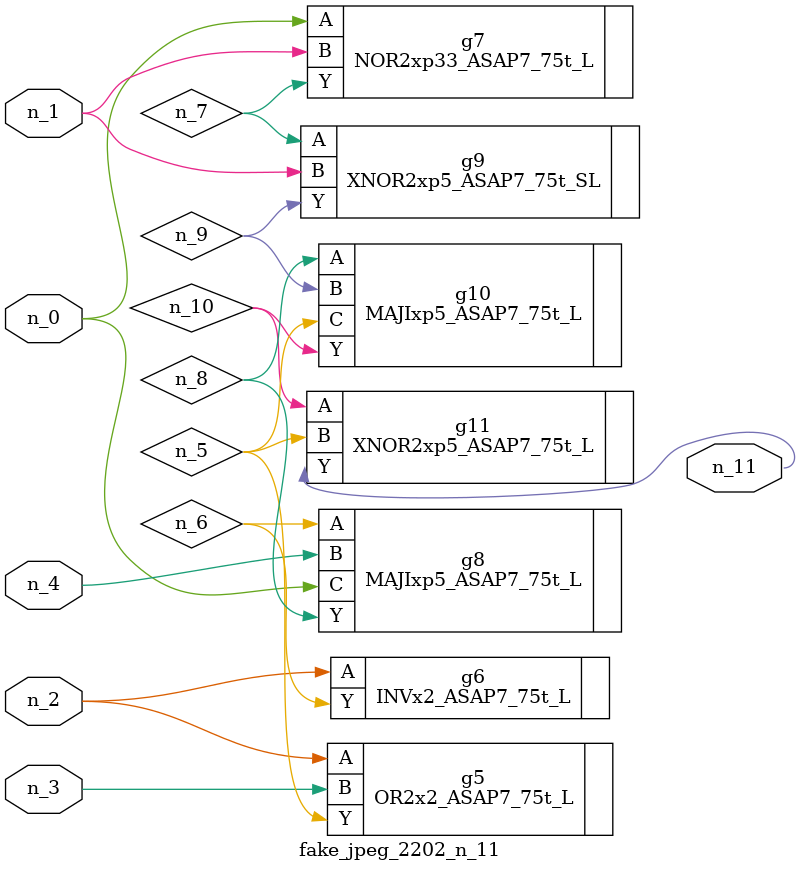
<source format=v>
module fake_jpeg_2202_n_11 (n_3, n_2, n_1, n_0, n_4, n_11);

input n_3;
input n_2;
input n_1;
input n_0;
input n_4;

output n_11;

wire n_10;
wire n_8;
wire n_9;
wire n_6;
wire n_5;
wire n_7;

OR2x2_ASAP7_75t_L g5 ( 
.A(n_2),
.B(n_3),
.Y(n_5)
);

INVx2_ASAP7_75t_L g6 ( 
.A(n_2),
.Y(n_6)
);

NOR2xp33_ASAP7_75t_L g7 ( 
.A(n_0),
.B(n_1),
.Y(n_7)
);

MAJIxp5_ASAP7_75t_L g8 ( 
.A(n_6),
.B(n_4),
.C(n_0),
.Y(n_8)
);

MAJIxp5_ASAP7_75t_L g10 ( 
.A(n_8),
.B(n_9),
.C(n_5),
.Y(n_10)
);

XNOR2xp5_ASAP7_75t_SL g9 ( 
.A(n_7),
.B(n_1),
.Y(n_9)
);

XNOR2xp5_ASAP7_75t_L g11 ( 
.A(n_10),
.B(n_5),
.Y(n_11)
);


endmodule
</source>
